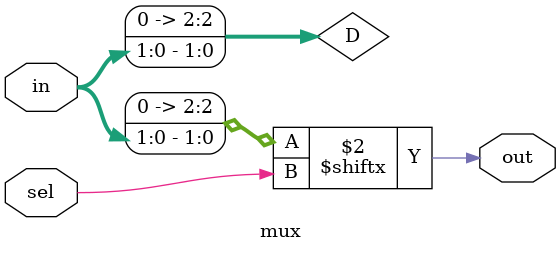
<source format=v>
`timescale 1ns / 1ps

module mux #(parameter SIZE=2, parameter NUM_OUTPUTS=1)
(
	input [(SIZE-1):0] in,
	input [$clog2(SIZE)-1:0] sel,
	output out
);
	
	reg [SIZE:0] D;
	
	always @* 
		D <= in;

	assign out = D[sel];

endmodule

</source>
